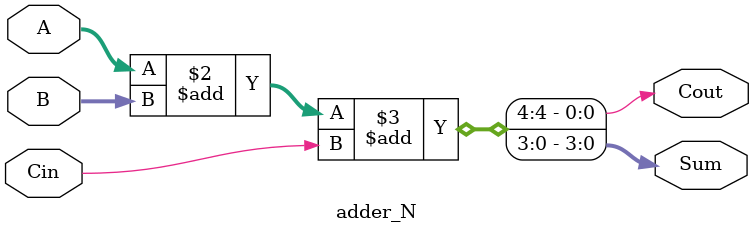
<source format=sv>

module adder_N #(parameter N = 4) (Sum, Cout, A, B, Cin);

//Use the more 'vertical' syntax to fit on the page
output logic [N-1:0] Sum;
output logic Cout;
input logic [N-1:0] A, B;
input logic Cin;

always_comb
	{Cout, Sum} = A + B + Cin;

endmodule
</source>
